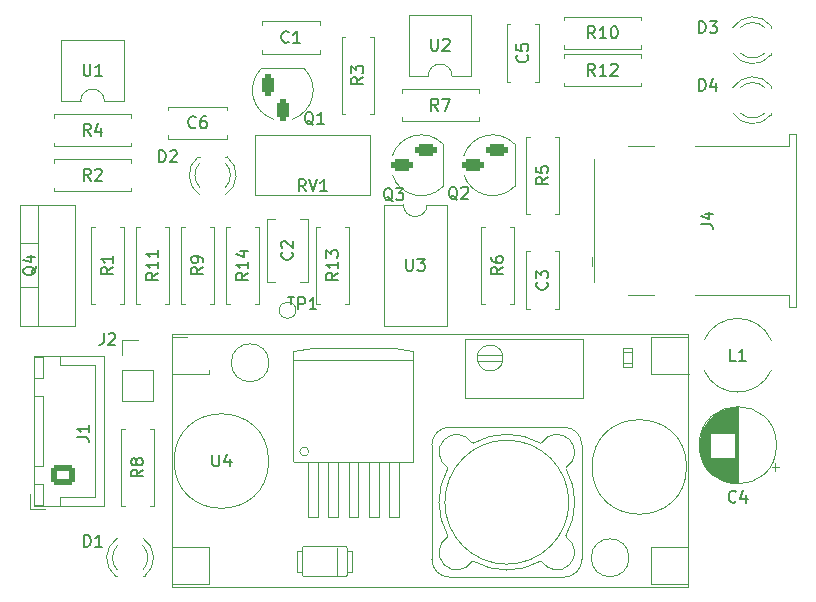
<source format=gto>
%TF.GenerationSoftware,KiCad,Pcbnew,7.0.9*%
%TF.CreationDate,2023-12-05T18:08:32+01:00*%
%TF.ProjectId,RPi_Car_HAT,5250695f-4361-4725-9f48-41542e6b6963,rev?*%
%TF.SameCoordinates,Original*%
%TF.FileFunction,Legend,Top*%
%TF.FilePolarity,Positive*%
%FSLAX46Y46*%
G04 Gerber Fmt 4.6, Leading zero omitted, Abs format (unit mm)*
G04 Created by KiCad (PCBNEW 7.0.9) date 2023-12-05 18:08:32*
%MOMM*%
%LPD*%
G01*
G04 APERTURE LIST*
G04 Aperture macros list*
%AMRoundRect*
0 Rectangle with rounded corners*
0 $1 Rounding radius*
0 $2 $3 $4 $5 $6 $7 $8 $9 X,Y pos of 4 corners*
0 Add a 4 corners polygon primitive as box body*
4,1,4,$2,$3,$4,$5,$6,$7,$8,$9,$2,$3,0*
0 Add four circle primitives for the rounded corners*
1,1,$1+$1,$2,$3*
1,1,$1+$1,$4,$5*
1,1,$1+$1,$6,$7*
1,1,$1+$1,$8,$9*
0 Add four rect primitives between the rounded corners*
20,1,$1+$1,$2,$3,$4,$5,0*
20,1,$1+$1,$4,$5,$6,$7,0*
20,1,$1+$1,$6,$7,$8,$9,0*
20,1,$1+$1,$8,$9,$2,$3,0*%
G04 Aperture macros list end*
%ADD10C,0.150000*%
%ADD11C,0.120000*%
%ADD12C,3.000000*%
%ADD13C,1.000000*%
%ADD14C,1.600000*%
%ADD15O,1.600000X1.600000*%
%ADD16C,1.440000*%
%ADD17R,1.600000X1.600000*%
%ADD18R,1.500000X1.500000*%
%ADD19C,1.500000*%
%ADD20R,1.800000X1.100000*%
%ADD21RoundRect,0.275000X0.625000X-0.275000X0.625000X0.275000X-0.625000X0.275000X-0.625000X-0.275000X0*%
%ADD22R,1.800000X1.800000*%
%ADD23C,1.800000*%
%ADD24RoundRect,0.250000X0.725000X-0.600000X0.725000X0.600000X-0.725000X0.600000X-0.725000X-0.600000X0*%
%ADD25O,1.950000X1.700000*%
%ADD26R,1.100000X1.800000*%
%ADD27RoundRect,0.275000X0.275000X0.625000X-0.275000X0.625000X-0.275000X-0.625000X0.275000X-0.625000X0*%
%ADD28R,2.540000X2.540000*%
%ADD29C,2.540000*%
%ADD30R,2.000000X1.905000*%
%ADD31O,2.000000X1.905000*%
%ADD32C,2.000000*%
%ADD33R,1.700000X1.700000*%
%ADD34O,1.700000X1.700000*%
G04 APERTURE END LIST*
D10*
X101608095Y-91624819D02*
X102179523Y-91624819D01*
X101893809Y-92624819D02*
X101893809Y-91624819D01*
X102512857Y-92624819D02*
X102512857Y-91624819D01*
X102512857Y-91624819D02*
X102893809Y-91624819D01*
X102893809Y-91624819D02*
X102989047Y-91672438D01*
X102989047Y-91672438D02*
X103036666Y-91720057D01*
X103036666Y-91720057D02*
X103084285Y-91815295D01*
X103084285Y-91815295D02*
X103084285Y-91958152D01*
X103084285Y-91958152D02*
X103036666Y-92053390D01*
X103036666Y-92053390D02*
X102989047Y-92101009D01*
X102989047Y-92101009D02*
X102893809Y-92148628D01*
X102893809Y-92148628D02*
X102512857Y-92148628D01*
X104036666Y-92624819D02*
X103465238Y-92624819D01*
X103750952Y-92624819D02*
X103750952Y-91624819D01*
X103750952Y-91624819D02*
X103655714Y-91767676D01*
X103655714Y-91767676D02*
X103560476Y-91862914D01*
X103560476Y-91862914D02*
X103465238Y-91910533D01*
X119834819Y-89066666D02*
X119358628Y-89399999D01*
X119834819Y-89638094D02*
X118834819Y-89638094D01*
X118834819Y-89638094D02*
X118834819Y-89257142D01*
X118834819Y-89257142D02*
X118882438Y-89161904D01*
X118882438Y-89161904D02*
X118930057Y-89114285D01*
X118930057Y-89114285D02*
X119025295Y-89066666D01*
X119025295Y-89066666D02*
X119168152Y-89066666D01*
X119168152Y-89066666D02*
X119263390Y-89114285D01*
X119263390Y-89114285D02*
X119311009Y-89161904D01*
X119311009Y-89161904D02*
X119358628Y-89257142D01*
X119358628Y-89257142D02*
X119358628Y-89638094D01*
X118834819Y-88209523D02*
X118834819Y-88399999D01*
X118834819Y-88399999D02*
X118882438Y-88495237D01*
X118882438Y-88495237D02*
X118930057Y-88542856D01*
X118930057Y-88542856D02*
X119072914Y-88638094D01*
X119072914Y-88638094D02*
X119263390Y-88685713D01*
X119263390Y-88685713D02*
X119644342Y-88685713D01*
X119644342Y-88685713D02*
X119739580Y-88638094D01*
X119739580Y-88638094D02*
X119787200Y-88590475D01*
X119787200Y-88590475D02*
X119834819Y-88495237D01*
X119834819Y-88495237D02*
X119834819Y-88304761D01*
X119834819Y-88304761D02*
X119787200Y-88209523D01*
X119787200Y-88209523D02*
X119739580Y-88161904D01*
X119739580Y-88161904D02*
X119644342Y-88114285D01*
X119644342Y-88114285D02*
X119406247Y-88114285D01*
X119406247Y-88114285D02*
X119311009Y-88161904D01*
X119311009Y-88161904D02*
X119263390Y-88209523D01*
X119263390Y-88209523D02*
X119215771Y-88304761D01*
X119215771Y-88304761D02*
X119215771Y-88495237D01*
X119215771Y-88495237D02*
X119263390Y-88590475D01*
X119263390Y-88590475D02*
X119311009Y-88638094D01*
X119311009Y-88638094D02*
X119406247Y-88685713D01*
X103129516Y-82623819D02*
X102796183Y-82147628D01*
X102558088Y-82623819D02*
X102558088Y-81623819D01*
X102558088Y-81623819D02*
X102939040Y-81623819D01*
X102939040Y-81623819D02*
X103034278Y-81671438D01*
X103034278Y-81671438D02*
X103081897Y-81719057D01*
X103081897Y-81719057D02*
X103129516Y-81814295D01*
X103129516Y-81814295D02*
X103129516Y-81957152D01*
X103129516Y-81957152D02*
X103081897Y-82052390D01*
X103081897Y-82052390D02*
X103034278Y-82100009D01*
X103034278Y-82100009D02*
X102939040Y-82147628D01*
X102939040Y-82147628D02*
X102558088Y-82147628D01*
X103415231Y-81623819D02*
X103748564Y-82623819D01*
X103748564Y-82623819D02*
X104081897Y-81623819D01*
X104939040Y-82623819D02*
X104367612Y-82623819D01*
X104653326Y-82623819D02*
X104653326Y-81623819D01*
X104653326Y-81623819D02*
X104558088Y-81766676D01*
X104558088Y-81766676D02*
X104462850Y-81861914D01*
X104462850Y-81861914D02*
X104367612Y-81909533D01*
X84318095Y-71844819D02*
X84318095Y-72654342D01*
X84318095Y-72654342D02*
X84365714Y-72749580D01*
X84365714Y-72749580D02*
X84413333Y-72797200D01*
X84413333Y-72797200D02*
X84508571Y-72844819D01*
X84508571Y-72844819D02*
X84699047Y-72844819D01*
X84699047Y-72844819D02*
X84794285Y-72797200D01*
X84794285Y-72797200D02*
X84841904Y-72749580D01*
X84841904Y-72749580D02*
X84889523Y-72654342D01*
X84889523Y-72654342D02*
X84889523Y-71844819D01*
X85889523Y-72844819D02*
X85318095Y-72844819D01*
X85603809Y-72844819D02*
X85603809Y-71844819D01*
X85603809Y-71844819D02*
X85508571Y-71987676D01*
X85508571Y-71987676D02*
X85413333Y-72082914D01*
X85413333Y-72082914D02*
X85318095Y-72130533D01*
X136614819Y-85423333D02*
X137329104Y-85423333D01*
X137329104Y-85423333D02*
X137471961Y-85470952D01*
X137471961Y-85470952D02*
X137567200Y-85566190D01*
X137567200Y-85566190D02*
X137614819Y-85709047D01*
X137614819Y-85709047D02*
X137614819Y-85804285D01*
X136948152Y-84518571D02*
X137614819Y-84518571D01*
X136567200Y-84756666D02*
X137281485Y-84994761D01*
X137281485Y-84994761D02*
X137281485Y-84375714D01*
X127627142Y-69669819D02*
X127293809Y-69193628D01*
X127055714Y-69669819D02*
X127055714Y-68669819D01*
X127055714Y-68669819D02*
X127436666Y-68669819D01*
X127436666Y-68669819D02*
X127531904Y-68717438D01*
X127531904Y-68717438D02*
X127579523Y-68765057D01*
X127579523Y-68765057D02*
X127627142Y-68860295D01*
X127627142Y-68860295D02*
X127627142Y-69003152D01*
X127627142Y-69003152D02*
X127579523Y-69098390D01*
X127579523Y-69098390D02*
X127531904Y-69146009D01*
X127531904Y-69146009D02*
X127436666Y-69193628D01*
X127436666Y-69193628D02*
X127055714Y-69193628D01*
X128579523Y-69669819D02*
X128008095Y-69669819D01*
X128293809Y-69669819D02*
X128293809Y-68669819D01*
X128293809Y-68669819D02*
X128198571Y-68812676D01*
X128198571Y-68812676D02*
X128103333Y-68907914D01*
X128103333Y-68907914D02*
X128008095Y-68955533D01*
X129198571Y-68669819D02*
X129293809Y-68669819D01*
X129293809Y-68669819D02*
X129389047Y-68717438D01*
X129389047Y-68717438D02*
X129436666Y-68765057D01*
X129436666Y-68765057D02*
X129484285Y-68860295D01*
X129484285Y-68860295D02*
X129531904Y-69050771D01*
X129531904Y-69050771D02*
X129531904Y-69288866D01*
X129531904Y-69288866D02*
X129484285Y-69479342D01*
X129484285Y-69479342D02*
X129436666Y-69574580D01*
X129436666Y-69574580D02*
X129389047Y-69622200D01*
X129389047Y-69622200D02*
X129293809Y-69669819D01*
X129293809Y-69669819D02*
X129198571Y-69669819D01*
X129198571Y-69669819D02*
X129103333Y-69622200D01*
X129103333Y-69622200D02*
X129055714Y-69574580D01*
X129055714Y-69574580D02*
X129008095Y-69479342D01*
X129008095Y-69479342D02*
X128960476Y-69288866D01*
X128960476Y-69288866D02*
X128960476Y-69050771D01*
X128960476Y-69050771D02*
X129008095Y-68860295D01*
X129008095Y-68860295D02*
X129055714Y-68765057D01*
X129055714Y-68765057D02*
X129103333Y-68717438D01*
X129103333Y-68717438D02*
X129198571Y-68669819D01*
X107989574Y-72971910D02*
X107513383Y-73305243D01*
X107989574Y-73543338D02*
X106989574Y-73543338D01*
X106989574Y-73543338D02*
X106989574Y-73162386D01*
X106989574Y-73162386D02*
X107037193Y-73067148D01*
X107037193Y-73067148D02*
X107084812Y-73019529D01*
X107084812Y-73019529D02*
X107180050Y-72971910D01*
X107180050Y-72971910D02*
X107322907Y-72971910D01*
X107322907Y-72971910D02*
X107418145Y-73019529D01*
X107418145Y-73019529D02*
X107465764Y-73067148D01*
X107465764Y-73067148D02*
X107513383Y-73162386D01*
X107513383Y-73162386D02*
X107513383Y-73543338D01*
X106989574Y-72638576D02*
X106989574Y-72019529D01*
X106989574Y-72019529D02*
X107370526Y-72352862D01*
X107370526Y-72352862D02*
X107370526Y-72210005D01*
X107370526Y-72210005D02*
X107418145Y-72114767D01*
X107418145Y-72114767D02*
X107465764Y-72067148D01*
X107465764Y-72067148D02*
X107561002Y-72019529D01*
X107561002Y-72019529D02*
X107799097Y-72019529D01*
X107799097Y-72019529D02*
X107894335Y-72067148D01*
X107894335Y-72067148D02*
X107941955Y-72114767D01*
X107941955Y-72114767D02*
X107989574Y-72210005D01*
X107989574Y-72210005D02*
X107989574Y-72495719D01*
X107989574Y-72495719D02*
X107941955Y-72590957D01*
X107941955Y-72590957D02*
X107894335Y-72638576D01*
X86814819Y-89066666D02*
X86338628Y-89399999D01*
X86814819Y-89638094D02*
X85814819Y-89638094D01*
X85814819Y-89638094D02*
X85814819Y-89257142D01*
X85814819Y-89257142D02*
X85862438Y-89161904D01*
X85862438Y-89161904D02*
X85910057Y-89114285D01*
X85910057Y-89114285D02*
X86005295Y-89066666D01*
X86005295Y-89066666D02*
X86148152Y-89066666D01*
X86148152Y-89066666D02*
X86243390Y-89114285D01*
X86243390Y-89114285D02*
X86291009Y-89161904D01*
X86291009Y-89161904D02*
X86338628Y-89257142D01*
X86338628Y-89257142D02*
X86338628Y-89638094D01*
X86814819Y-88114285D02*
X86814819Y-88685713D01*
X86814819Y-88399999D02*
X85814819Y-88399999D01*
X85814819Y-88399999D02*
X85957676Y-88495237D01*
X85957676Y-88495237D02*
X86052914Y-88590475D01*
X86052914Y-88590475D02*
X86100533Y-88685713D01*
X115982761Y-83354057D02*
X115887523Y-83306438D01*
X115887523Y-83306438D02*
X115792285Y-83211200D01*
X115792285Y-83211200D02*
X115649428Y-83068342D01*
X115649428Y-83068342D02*
X115554190Y-83020723D01*
X115554190Y-83020723D02*
X115458952Y-83020723D01*
X115506571Y-83258819D02*
X115411333Y-83211200D01*
X115411333Y-83211200D02*
X115316095Y-83115961D01*
X115316095Y-83115961D02*
X115268476Y-82925485D01*
X115268476Y-82925485D02*
X115268476Y-82592152D01*
X115268476Y-82592152D02*
X115316095Y-82401676D01*
X115316095Y-82401676D02*
X115411333Y-82306438D01*
X115411333Y-82306438D02*
X115506571Y-82258819D01*
X115506571Y-82258819D02*
X115697047Y-82258819D01*
X115697047Y-82258819D02*
X115792285Y-82306438D01*
X115792285Y-82306438D02*
X115887523Y-82401676D01*
X115887523Y-82401676D02*
X115935142Y-82592152D01*
X115935142Y-82592152D02*
X115935142Y-82925485D01*
X115935142Y-82925485D02*
X115887523Y-83115961D01*
X115887523Y-83115961D02*
X115792285Y-83211200D01*
X115792285Y-83211200D02*
X115697047Y-83258819D01*
X115697047Y-83258819D02*
X115506571Y-83258819D01*
X116316095Y-82354057D02*
X116363714Y-82306438D01*
X116363714Y-82306438D02*
X116458952Y-82258819D01*
X116458952Y-82258819D02*
X116697047Y-82258819D01*
X116697047Y-82258819D02*
X116792285Y-82306438D01*
X116792285Y-82306438D02*
X116839904Y-82354057D01*
X116839904Y-82354057D02*
X116887523Y-82449295D01*
X116887523Y-82449295D02*
X116887523Y-82544533D01*
X116887523Y-82544533D02*
X116839904Y-82687390D01*
X116839904Y-82687390D02*
X116268476Y-83258819D01*
X116268476Y-83258819D02*
X116887523Y-83258819D01*
X93813333Y-77194580D02*
X93765714Y-77242200D01*
X93765714Y-77242200D02*
X93622857Y-77289819D01*
X93622857Y-77289819D02*
X93527619Y-77289819D01*
X93527619Y-77289819D02*
X93384762Y-77242200D01*
X93384762Y-77242200D02*
X93289524Y-77146961D01*
X93289524Y-77146961D02*
X93241905Y-77051723D01*
X93241905Y-77051723D02*
X93194286Y-76861247D01*
X93194286Y-76861247D02*
X93194286Y-76718390D01*
X93194286Y-76718390D02*
X93241905Y-76527914D01*
X93241905Y-76527914D02*
X93289524Y-76432676D01*
X93289524Y-76432676D02*
X93384762Y-76337438D01*
X93384762Y-76337438D02*
X93527619Y-76289819D01*
X93527619Y-76289819D02*
X93622857Y-76289819D01*
X93622857Y-76289819D02*
X93765714Y-76337438D01*
X93765714Y-76337438D02*
X93813333Y-76385057D01*
X94670476Y-76289819D02*
X94480000Y-76289819D01*
X94480000Y-76289819D02*
X94384762Y-76337438D01*
X94384762Y-76337438D02*
X94337143Y-76385057D01*
X94337143Y-76385057D02*
X94241905Y-76527914D01*
X94241905Y-76527914D02*
X94194286Y-76718390D01*
X94194286Y-76718390D02*
X94194286Y-77099342D01*
X94194286Y-77099342D02*
X94241905Y-77194580D01*
X94241905Y-77194580D02*
X94289524Y-77242200D01*
X94289524Y-77242200D02*
X94384762Y-77289819D01*
X94384762Y-77289819D02*
X94575238Y-77289819D01*
X94575238Y-77289819D02*
X94670476Y-77242200D01*
X94670476Y-77242200D02*
X94718095Y-77194580D01*
X94718095Y-77194580D02*
X94765714Y-77099342D01*
X94765714Y-77099342D02*
X94765714Y-76861247D01*
X94765714Y-76861247D02*
X94718095Y-76766009D01*
X94718095Y-76766009D02*
X94670476Y-76718390D01*
X94670476Y-76718390D02*
X94575238Y-76670771D01*
X94575238Y-76670771D02*
X94384762Y-76670771D01*
X94384762Y-76670771D02*
X94289524Y-76718390D01*
X94289524Y-76718390D02*
X94241905Y-76766009D01*
X94241905Y-76766009D02*
X94194286Y-76861247D01*
X111643095Y-88354819D02*
X111643095Y-89164342D01*
X111643095Y-89164342D02*
X111690714Y-89259580D01*
X111690714Y-89259580D02*
X111738333Y-89307200D01*
X111738333Y-89307200D02*
X111833571Y-89354819D01*
X111833571Y-89354819D02*
X112024047Y-89354819D01*
X112024047Y-89354819D02*
X112119285Y-89307200D01*
X112119285Y-89307200D02*
X112166904Y-89259580D01*
X112166904Y-89259580D02*
X112214523Y-89164342D01*
X112214523Y-89164342D02*
X112214523Y-88354819D01*
X112595476Y-88354819D02*
X113214523Y-88354819D01*
X113214523Y-88354819D02*
X112881190Y-88735771D01*
X112881190Y-88735771D02*
X113024047Y-88735771D01*
X113024047Y-88735771D02*
X113119285Y-88783390D01*
X113119285Y-88783390D02*
X113166904Y-88831009D01*
X113166904Y-88831009D02*
X113214523Y-88926247D01*
X113214523Y-88926247D02*
X113214523Y-89164342D01*
X113214523Y-89164342D02*
X113166904Y-89259580D01*
X113166904Y-89259580D02*
X113119285Y-89307200D01*
X113119285Y-89307200D02*
X113024047Y-89354819D01*
X113024047Y-89354819D02*
X112738333Y-89354819D01*
X112738333Y-89354819D02*
X112643095Y-89307200D01*
X112643095Y-89307200D02*
X112595476Y-89259580D01*
X84351905Y-112722819D02*
X84351905Y-111722819D01*
X84351905Y-111722819D02*
X84590000Y-111722819D01*
X84590000Y-111722819D02*
X84732857Y-111770438D01*
X84732857Y-111770438D02*
X84828095Y-111865676D01*
X84828095Y-111865676D02*
X84875714Y-111960914D01*
X84875714Y-111960914D02*
X84923333Y-112151390D01*
X84923333Y-112151390D02*
X84923333Y-112294247D01*
X84923333Y-112294247D02*
X84875714Y-112484723D01*
X84875714Y-112484723D02*
X84828095Y-112579961D01*
X84828095Y-112579961D02*
X84732857Y-112675200D01*
X84732857Y-112675200D02*
X84590000Y-112722819D01*
X84590000Y-112722819D02*
X84351905Y-112722819D01*
X85875714Y-112722819D02*
X85304286Y-112722819D01*
X85590000Y-112722819D02*
X85590000Y-111722819D01*
X85590000Y-111722819D02*
X85494762Y-111865676D01*
X85494762Y-111865676D02*
X85399524Y-111960914D01*
X85399524Y-111960914D02*
X85304286Y-112008533D01*
X136421905Y-74114819D02*
X136421905Y-73114819D01*
X136421905Y-73114819D02*
X136660000Y-73114819D01*
X136660000Y-73114819D02*
X136802857Y-73162438D01*
X136802857Y-73162438D02*
X136898095Y-73257676D01*
X136898095Y-73257676D02*
X136945714Y-73352914D01*
X136945714Y-73352914D02*
X136993333Y-73543390D01*
X136993333Y-73543390D02*
X136993333Y-73686247D01*
X136993333Y-73686247D02*
X136945714Y-73876723D01*
X136945714Y-73876723D02*
X136898095Y-73971961D01*
X136898095Y-73971961D02*
X136802857Y-74067200D01*
X136802857Y-74067200D02*
X136660000Y-74114819D01*
X136660000Y-74114819D02*
X136421905Y-74114819D01*
X137850476Y-73448152D02*
X137850476Y-74114819D01*
X137612381Y-73067200D02*
X137374286Y-73781485D01*
X137374286Y-73781485D02*
X137993333Y-73781485D01*
X110499516Y-83475232D02*
X110404278Y-83427613D01*
X110404278Y-83427613D02*
X110309040Y-83332375D01*
X110309040Y-83332375D02*
X110166183Y-83189517D01*
X110166183Y-83189517D02*
X110070945Y-83141898D01*
X110070945Y-83141898D02*
X109975707Y-83141898D01*
X110023326Y-83379994D02*
X109928088Y-83332375D01*
X109928088Y-83332375D02*
X109832850Y-83237136D01*
X109832850Y-83237136D02*
X109785231Y-83046660D01*
X109785231Y-83046660D02*
X109785231Y-82713327D01*
X109785231Y-82713327D02*
X109832850Y-82522851D01*
X109832850Y-82522851D02*
X109928088Y-82427613D01*
X109928088Y-82427613D02*
X110023326Y-82379994D01*
X110023326Y-82379994D02*
X110213802Y-82379994D01*
X110213802Y-82379994D02*
X110309040Y-82427613D01*
X110309040Y-82427613D02*
X110404278Y-82522851D01*
X110404278Y-82522851D02*
X110451897Y-82713327D01*
X110451897Y-82713327D02*
X110451897Y-83046660D01*
X110451897Y-83046660D02*
X110404278Y-83237136D01*
X110404278Y-83237136D02*
X110309040Y-83332375D01*
X110309040Y-83332375D02*
X110213802Y-83379994D01*
X110213802Y-83379994D02*
X110023326Y-83379994D01*
X110785231Y-82379994D02*
X111404278Y-82379994D01*
X111404278Y-82379994D02*
X111070945Y-82760946D01*
X111070945Y-82760946D02*
X111213802Y-82760946D01*
X111213802Y-82760946D02*
X111309040Y-82808565D01*
X111309040Y-82808565D02*
X111356659Y-82856184D01*
X111356659Y-82856184D02*
X111404278Y-82951422D01*
X111404278Y-82951422D02*
X111404278Y-83189517D01*
X111404278Y-83189517D02*
X111356659Y-83284755D01*
X111356659Y-83284755D02*
X111309040Y-83332375D01*
X111309040Y-83332375D02*
X111213802Y-83379994D01*
X111213802Y-83379994D02*
X110928088Y-83379994D01*
X110928088Y-83379994D02*
X110832850Y-83332375D01*
X110832850Y-83332375D02*
X110785231Y-83284755D01*
X89354819Y-106211666D02*
X88878628Y-106544999D01*
X89354819Y-106783094D02*
X88354819Y-106783094D01*
X88354819Y-106783094D02*
X88354819Y-106402142D01*
X88354819Y-106402142D02*
X88402438Y-106306904D01*
X88402438Y-106306904D02*
X88450057Y-106259285D01*
X88450057Y-106259285D02*
X88545295Y-106211666D01*
X88545295Y-106211666D02*
X88688152Y-106211666D01*
X88688152Y-106211666D02*
X88783390Y-106259285D01*
X88783390Y-106259285D02*
X88831009Y-106306904D01*
X88831009Y-106306904D02*
X88878628Y-106402142D01*
X88878628Y-106402142D02*
X88878628Y-106783094D01*
X88783390Y-105640237D02*
X88735771Y-105735475D01*
X88735771Y-105735475D02*
X88688152Y-105783094D01*
X88688152Y-105783094D02*
X88592914Y-105830713D01*
X88592914Y-105830713D02*
X88545295Y-105830713D01*
X88545295Y-105830713D02*
X88450057Y-105783094D01*
X88450057Y-105783094D02*
X88402438Y-105735475D01*
X88402438Y-105735475D02*
X88354819Y-105640237D01*
X88354819Y-105640237D02*
X88354819Y-105449761D01*
X88354819Y-105449761D02*
X88402438Y-105354523D01*
X88402438Y-105354523D02*
X88450057Y-105306904D01*
X88450057Y-105306904D02*
X88545295Y-105259285D01*
X88545295Y-105259285D02*
X88592914Y-105259285D01*
X88592914Y-105259285D02*
X88688152Y-105306904D01*
X88688152Y-105306904D02*
X88735771Y-105354523D01*
X88735771Y-105354523D02*
X88783390Y-105449761D01*
X88783390Y-105449761D02*
X88783390Y-105640237D01*
X88783390Y-105640237D02*
X88831009Y-105735475D01*
X88831009Y-105735475D02*
X88878628Y-105783094D01*
X88878628Y-105783094D02*
X88973866Y-105830713D01*
X88973866Y-105830713D02*
X89164342Y-105830713D01*
X89164342Y-105830713D02*
X89259580Y-105783094D01*
X89259580Y-105783094D02*
X89307200Y-105735475D01*
X89307200Y-105735475D02*
X89354819Y-105640237D01*
X89354819Y-105640237D02*
X89354819Y-105449761D01*
X89354819Y-105449761D02*
X89307200Y-105354523D01*
X89307200Y-105354523D02*
X89259580Y-105306904D01*
X89259580Y-105306904D02*
X89164342Y-105259285D01*
X89164342Y-105259285D02*
X88973866Y-105259285D01*
X88973866Y-105259285D02*
X88878628Y-105306904D01*
X88878628Y-105306904D02*
X88831009Y-105354523D01*
X88831009Y-105354523D02*
X88783390Y-105449761D01*
X136421905Y-69226211D02*
X136421905Y-68226211D01*
X136421905Y-68226211D02*
X136660000Y-68226211D01*
X136660000Y-68226211D02*
X136802857Y-68273830D01*
X136802857Y-68273830D02*
X136898095Y-68369068D01*
X136898095Y-68369068D02*
X136945714Y-68464306D01*
X136945714Y-68464306D02*
X136993333Y-68654782D01*
X136993333Y-68654782D02*
X136993333Y-68797639D01*
X136993333Y-68797639D02*
X136945714Y-68988115D01*
X136945714Y-68988115D02*
X136898095Y-69083353D01*
X136898095Y-69083353D02*
X136802857Y-69178592D01*
X136802857Y-69178592D02*
X136660000Y-69226211D01*
X136660000Y-69226211D02*
X136421905Y-69226211D01*
X137326667Y-68226211D02*
X137945714Y-68226211D01*
X137945714Y-68226211D02*
X137612381Y-68607163D01*
X137612381Y-68607163D02*
X137755238Y-68607163D01*
X137755238Y-68607163D02*
X137850476Y-68654782D01*
X137850476Y-68654782D02*
X137898095Y-68702401D01*
X137898095Y-68702401D02*
X137945714Y-68797639D01*
X137945714Y-68797639D02*
X137945714Y-69035734D01*
X137945714Y-69035734D02*
X137898095Y-69130972D01*
X137898095Y-69130972D02*
X137850476Y-69178592D01*
X137850476Y-69178592D02*
X137755238Y-69226211D01*
X137755238Y-69226211D02*
X137469524Y-69226211D01*
X137469524Y-69226211D02*
X137374286Y-69178592D01*
X137374286Y-69178592D02*
X137326667Y-69130972D01*
X127627142Y-72844819D02*
X127293809Y-72368628D01*
X127055714Y-72844819D02*
X127055714Y-71844819D01*
X127055714Y-71844819D02*
X127436666Y-71844819D01*
X127436666Y-71844819D02*
X127531904Y-71892438D01*
X127531904Y-71892438D02*
X127579523Y-71940057D01*
X127579523Y-71940057D02*
X127627142Y-72035295D01*
X127627142Y-72035295D02*
X127627142Y-72178152D01*
X127627142Y-72178152D02*
X127579523Y-72273390D01*
X127579523Y-72273390D02*
X127531904Y-72321009D01*
X127531904Y-72321009D02*
X127436666Y-72368628D01*
X127436666Y-72368628D02*
X127055714Y-72368628D01*
X128579523Y-72844819D02*
X128008095Y-72844819D01*
X128293809Y-72844819D02*
X128293809Y-71844819D01*
X128293809Y-71844819D02*
X128198571Y-71987676D01*
X128198571Y-71987676D02*
X128103333Y-72082914D01*
X128103333Y-72082914D02*
X128008095Y-72130533D01*
X128960476Y-71940057D02*
X129008095Y-71892438D01*
X129008095Y-71892438D02*
X129103333Y-71844819D01*
X129103333Y-71844819D02*
X129341428Y-71844819D01*
X129341428Y-71844819D02*
X129436666Y-71892438D01*
X129436666Y-71892438D02*
X129484285Y-71940057D01*
X129484285Y-71940057D02*
X129531904Y-72035295D01*
X129531904Y-72035295D02*
X129531904Y-72130533D01*
X129531904Y-72130533D02*
X129484285Y-72273390D01*
X129484285Y-72273390D02*
X128912857Y-72844819D01*
X128912857Y-72844819D02*
X129531904Y-72844819D01*
X94434819Y-89066666D02*
X93958628Y-89399999D01*
X94434819Y-89638094D02*
X93434819Y-89638094D01*
X93434819Y-89638094D02*
X93434819Y-89257142D01*
X93434819Y-89257142D02*
X93482438Y-89161904D01*
X93482438Y-89161904D02*
X93530057Y-89114285D01*
X93530057Y-89114285D02*
X93625295Y-89066666D01*
X93625295Y-89066666D02*
X93768152Y-89066666D01*
X93768152Y-89066666D02*
X93863390Y-89114285D01*
X93863390Y-89114285D02*
X93911009Y-89161904D01*
X93911009Y-89161904D02*
X93958628Y-89257142D01*
X93958628Y-89257142D02*
X93958628Y-89638094D01*
X94434819Y-88590475D02*
X94434819Y-88399999D01*
X94434819Y-88399999D02*
X94387200Y-88304761D01*
X94387200Y-88304761D02*
X94339580Y-88257142D01*
X94339580Y-88257142D02*
X94196723Y-88161904D01*
X94196723Y-88161904D02*
X94006247Y-88114285D01*
X94006247Y-88114285D02*
X93625295Y-88114285D01*
X93625295Y-88114285D02*
X93530057Y-88161904D01*
X93530057Y-88161904D02*
X93482438Y-88209523D01*
X93482438Y-88209523D02*
X93434819Y-88304761D01*
X93434819Y-88304761D02*
X93434819Y-88495237D01*
X93434819Y-88495237D02*
X93482438Y-88590475D01*
X93482438Y-88590475D02*
X93530057Y-88638094D01*
X93530057Y-88638094D02*
X93625295Y-88685713D01*
X93625295Y-88685713D02*
X93863390Y-88685713D01*
X93863390Y-88685713D02*
X93958628Y-88638094D01*
X93958628Y-88638094D02*
X94006247Y-88590475D01*
X94006247Y-88590475D02*
X94053866Y-88495237D01*
X94053866Y-88495237D02*
X94053866Y-88304761D01*
X94053866Y-88304761D02*
X94006247Y-88209523D01*
X94006247Y-88209523D02*
X93958628Y-88161904D01*
X93958628Y-88161904D02*
X93863390Y-88114285D01*
X105864819Y-89542857D02*
X105388628Y-89876190D01*
X105864819Y-90114285D02*
X104864819Y-90114285D01*
X104864819Y-90114285D02*
X104864819Y-89733333D01*
X104864819Y-89733333D02*
X104912438Y-89638095D01*
X104912438Y-89638095D02*
X104960057Y-89590476D01*
X104960057Y-89590476D02*
X105055295Y-89542857D01*
X105055295Y-89542857D02*
X105198152Y-89542857D01*
X105198152Y-89542857D02*
X105293390Y-89590476D01*
X105293390Y-89590476D02*
X105341009Y-89638095D01*
X105341009Y-89638095D02*
X105388628Y-89733333D01*
X105388628Y-89733333D02*
X105388628Y-90114285D01*
X105864819Y-88590476D02*
X105864819Y-89161904D01*
X105864819Y-88876190D02*
X104864819Y-88876190D01*
X104864819Y-88876190D02*
X105007676Y-88971428D01*
X105007676Y-88971428D02*
X105102914Y-89066666D01*
X105102914Y-89066666D02*
X105150533Y-89161904D01*
X104864819Y-88257142D02*
X104864819Y-87638095D01*
X104864819Y-87638095D02*
X105245771Y-87971428D01*
X105245771Y-87971428D02*
X105245771Y-87828571D01*
X105245771Y-87828571D02*
X105293390Y-87733333D01*
X105293390Y-87733333D02*
X105341009Y-87685714D01*
X105341009Y-87685714D02*
X105436247Y-87638095D01*
X105436247Y-87638095D02*
X105674342Y-87638095D01*
X105674342Y-87638095D02*
X105769580Y-87685714D01*
X105769580Y-87685714D02*
X105817200Y-87733333D01*
X105817200Y-87733333D02*
X105864819Y-87828571D01*
X105864819Y-87828571D02*
X105864819Y-88114285D01*
X105864819Y-88114285D02*
X105817200Y-88209523D01*
X105817200Y-88209523D02*
X105769580Y-88257142D01*
X83782819Y-103457333D02*
X84497104Y-103457333D01*
X84497104Y-103457333D02*
X84639961Y-103504952D01*
X84639961Y-103504952D02*
X84735200Y-103600190D01*
X84735200Y-103600190D02*
X84782819Y-103743047D01*
X84782819Y-103743047D02*
X84782819Y-103838285D01*
X84782819Y-102457333D02*
X84782819Y-103028761D01*
X84782819Y-102743047D02*
X83782819Y-102743047D01*
X83782819Y-102743047D02*
X83925676Y-102838285D01*
X83925676Y-102838285D02*
X84020914Y-102933523D01*
X84020914Y-102933523D02*
X84068533Y-103028761D01*
X113747850Y-69720063D02*
X113747850Y-70529586D01*
X113747850Y-70529586D02*
X113795469Y-70624824D01*
X113795469Y-70624824D02*
X113843088Y-70672444D01*
X113843088Y-70672444D02*
X113938326Y-70720063D01*
X113938326Y-70720063D02*
X114128802Y-70720063D01*
X114128802Y-70720063D02*
X114224040Y-70672444D01*
X114224040Y-70672444D02*
X114271659Y-70624824D01*
X114271659Y-70624824D02*
X114319278Y-70529586D01*
X114319278Y-70529586D02*
X114319278Y-69720063D01*
X114747850Y-69815301D02*
X114795469Y-69767682D01*
X114795469Y-69767682D02*
X114890707Y-69720063D01*
X114890707Y-69720063D02*
X115128802Y-69720063D01*
X115128802Y-69720063D02*
X115224040Y-69767682D01*
X115224040Y-69767682D02*
X115271659Y-69815301D01*
X115271659Y-69815301D02*
X115319278Y-69910539D01*
X115319278Y-69910539D02*
X115319278Y-70005777D01*
X115319278Y-70005777D02*
X115271659Y-70148634D01*
X115271659Y-70148634D02*
X114700231Y-70720063D01*
X114700231Y-70720063D02*
X115319278Y-70720063D01*
X103790761Y-77004057D02*
X103695523Y-76956438D01*
X103695523Y-76956438D02*
X103600285Y-76861200D01*
X103600285Y-76861200D02*
X103457428Y-76718342D01*
X103457428Y-76718342D02*
X103362190Y-76670723D01*
X103362190Y-76670723D02*
X103266952Y-76670723D01*
X103314571Y-76908819D02*
X103219333Y-76861200D01*
X103219333Y-76861200D02*
X103124095Y-76765961D01*
X103124095Y-76765961D02*
X103076476Y-76575485D01*
X103076476Y-76575485D02*
X103076476Y-76242152D01*
X103076476Y-76242152D02*
X103124095Y-76051676D01*
X103124095Y-76051676D02*
X103219333Y-75956438D01*
X103219333Y-75956438D02*
X103314571Y-75908819D01*
X103314571Y-75908819D02*
X103505047Y-75908819D01*
X103505047Y-75908819D02*
X103600285Y-75956438D01*
X103600285Y-75956438D02*
X103695523Y-76051676D01*
X103695523Y-76051676D02*
X103743142Y-76242152D01*
X103743142Y-76242152D02*
X103743142Y-76575485D01*
X103743142Y-76575485D02*
X103695523Y-76765961D01*
X103695523Y-76765961D02*
X103600285Y-76861200D01*
X103600285Y-76861200D02*
X103505047Y-76908819D01*
X103505047Y-76908819D02*
X103314571Y-76908819D01*
X104695523Y-76908819D02*
X104124095Y-76908819D01*
X104409809Y-76908819D02*
X104409809Y-75908819D01*
X104409809Y-75908819D02*
X104314571Y-76051676D01*
X104314571Y-76051676D02*
X104219333Y-76146914D01*
X104219333Y-76146914D02*
X104124095Y-76194533D01*
X84923333Y-77924819D02*
X84590000Y-77448628D01*
X84351905Y-77924819D02*
X84351905Y-76924819D01*
X84351905Y-76924819D02*
X84732857Y-76924819D01*
X84732857Y-76924819D02*
X84828095Y-76972438D01*
X84828095Y-76972438D02*
X84875714Y-77020057D01*
X84875714Y-77020057D02*
X84923333Y-77115295D01*
X84923333Y-77115295D02*
X84923333Y-77258152D01*
X84923333Y-77258152D02*
X84875714Y-77353390D01*
X84875714Y-77353390D02*
X84828095Y-77401009D01*
X84828095Y-77401009D02*
X84732857Y-77448628D01*
X84732857Y-77448628D02*
X84351905Y-77448628D01*
X85780476Y-77258152D02*
X85780476Y-77924819D01*
X85542381Y-76877200D02*
X85304286Y-77591485D01*
X85304286Y-77591485D02*
X85923333Y-77591485D01*
X139553333Y-108899580D02*
X139505714Y-108947200D01*
X139505714Y-108947200D02*
X139362857Y-108994819D01*
X139362857Y-108994819D02*
X139267619Y-108994819D01*
X139267619Y-108994819D02*
X139124762Y-108947200D01*
X139124762Y-108947200D02*
X139029524Y-108851961D01*
X139029524Y-108851961D02*
X138981905Y-108756723D01*
X138981905Y-108756723D02*
X138934286Y-108566247D01*
X138934286Y-108566247D02*
X138934286Y-108423390D01*
X138934286Y-108423390D02*
X138981905Y-108232914D01*
X138981905Y-108232914D02*
X139029524Y-108137676D01*
X139029524Y-108137676D02*
X139124762Y-108042438D01*
X139124762Y-108042438D02*
X139267619Y-107994819D01*
X139267619Y-107994819D02*
X139362857Y-107994819D01*
X139362857Y-107994819D02*
X139505714Y-108042438D01*
X139505714Y-108042438D02*
X139553333Y-108090057D01*
X140410476Y-108328152D02*
X140410476Y-108994819D01*
X140172381Y-107947200D02*
X139934286Y-108661485D01*
X139934286Y-108661485D02*
X140553333Y-108661485D01*
X95229761Y-104932237D02*
X95229761Y-105741760D01*
X95229761Y-105741760D02*
X95277380Y-105836998D01*
X95277380Y-105836998D02*
X95324999Y-105884618D01*
X95324999Y-105884618D02*
X95420237Y-105932237D01*
X95420237Y-105932237D02*
X95610713Y-105932237D01*
X95610713Y-105932237D02*
X95705951Y-105884618D01*
X95705951Y-105884618D02*
X95753570Y-105836998D01*
X95753570Y-105836998D02*
X95801189Y-105741760D01*
X95801189Y-105741760D02*
X95801189Y-104932237D01*
X96705951Y-105265570D02*
X96705951Y-105932237D01*
X96467856Y-104884618D02*
X96229761Y-105598903D01*
X96229761Y-105598903D02*
X96848808Y-105598903D01*
X98244819Y-89542857D02*
X97768628Y-89876190D01*
X98244819Y-90114285D02*
X97244819Y-90114285D01*
X97244819Y-90114285D02*
X97244819Y-89733333D01*
X97244819Y-89733333D02*
X97292438Y-89638095D01*
X97292438Y-89638095D02*
X97340057Y-89590476D01*
X97340057Y-89590476D02*
X97435295Y-89542857D01*
X97435295Y-89542857D02*
X97578152Y-89542857D01*
X97578152Y-89542857D02*
X97673390Y-89590476D01*
X97673390Y-89590476D02*
X97721009Y-89638095D01*
X97721009Y-89638095D02*
X97768628Y-89733333D01*
X97768628Y-89733333D02*
X97768628Y-90114285D01*
X98244819Y-88590476D02*
X98244819Y-89161904D01*
X98244819Y-88876190D02*
X97244819Y-88876190D01*
X97244819Y-88876190D02*
X97387676Y-88971428D01*
X97387676Y-88971428D02*
X97482914Y-89066666D01*
X97482914Y-89066666D02*
X97530533Y-89161904D01*
X97578152Y-87733333D02*
X98244819Y-87733333D01*
X97197200Y-87971428D02*
X97911485Y-88209523D01*
X97911485Y-88209523D02*
X97911485Y-87590476D01*
X80306057Y-88995238D02*
X80258438Y-89090476D01*
X80258438Y-89090476D02*
X80163200Y-89185714D01*
X80163200Y-89185714D02*
X80020342Y-89328571D01*
X80020342Y-89328571D02*
X79972723Y-89423809D01*
X79972723Y-89423809D02*
X79972723Y-89519047D01*
X80210819Y-89471428D02*
X80163200Y-89566666D01*
X80163200Y-89566666D02*
X80067961Y-89661904D01*
X80067961Y-89661904D02*
X79877485Y-89709523D01*
X79877485Y-89709523D02*
X79544152Y-89709523D01*
X79544152Y-89709523D02*
X79353676Y-89661904D01*
X79353676Y-89661904D02*
X79258438Y-89566666D01*
X79258438Y-89566666D02*
X79210819Y-89471428D01*
X79210819Y-89471428D02*
X79210819Y-89280952D01*
X79210819Y-89280952D02*
X79258438Y-89185714D01*
X79258438Y-89185714D02*
X79353676Y-89090476D01*
X79353676Y-89090476D02*
X79544152Y-89042857D01*
X79544152Y-89042857D02*
X79877485Y-89042857D01*
X79877485Y-89042857D02*
X80067961Y-89090476D01*
X80067961Y-89090476D02*
X80163200Y-89185714D01*
X80163200Y-89185714D02*
X80210819Y-89280952D01*
X80210819Y-89280952D02*
X80210819Y-89471428D01*
X79544152Y-88185714D02*
X80210819Y-88185714D01*
X79163200Y-88423809D02*
X79877485Y-88661904D01*
X79877485Y-88661904D02*
X79877485Y-88042857D01*
X123549580Y-90336666D02*
X123597200Y-90384285D01*
X123597200Y-90384285D02*
X123644819Y-90527142D01*
X123644819Y-90527142D02*
X123644819Y-90622380D01*
X123644819Y-90622380D02*
X123597200Y-90765237D01*
X123597200Y-90765237D02*
X123501961Y-90860475D01*
X123501961Y-90860475D02*
X123406723Y-90908094D01*
X123406723Y-90908094D02*
X123216247Y-90955713D01*
X123216247Y-90955713D02*
X123073390Y-90955713D01*
X123073390Y-90955713D02*
X122882914Y-90908094D01*
X122882914Y-90908094D02*
X122787676Y-90860475D01*
X122787676Y-90860475D02*
X122692438Y-90765237D01*
X122692438Y-90765237D02*
X122644819Y-90622380D01*
X122644819Y-90622380D02*
X122644819Y-90527142D01*
X122644819Y-90527142D02*
X122692438Y-90384285D01*
X122692438Y-90384285D02*
X122740057Y-90336666D01*
X122644819Y-90003332D02*
X122644819Y-89384285D01*
X122644819Y-89384285D02*
X123025771Y-89717618D01*
X123025771Y-89717618D02*
X123025771Y-89574761D01*
X123025771Y-89574761D02*
X123073390Y-89479523D01*
X123073390Y-89479523D02*
X123121009Y-89431904D01*
X123121009Y-89431904D02*
X123216247Y-89384285D01*
X123216247Y-89384285D02*
X123454342Y-89384285D01*
X123454342Y-89384285D02*
X123549580Y-89431904D01*
X123549580Y-89431904D02*
X123597200Y-89479523D01*
X123597200Y-89479523D02*
X123644819Y-89574761D01*
X123644819Y-89574761D02*
X123644819Y-89860475D01*
X123644819Y-89860475D02*
X123597200Y-89955713D01*
X123597200Y-89955713D02*
X123549580Y-90003332D01*
X90701905Y-80169819D02*
X90701905Y-79169819D01*
X90701905Y-79169819D02*
X90940000Y-79169819D01*
X90940000Y-79169819D02*
X91082857Y-79217438D01*
X91082857Y-79217438D02*
X91178095Y-79312676D01*
X91178095Y-79312676D02*
X91225714Y-79407914D01*
X91225714Y-79407914D02*
X91273333Y-79598390D01*
X91273333Y-79598390D02*
X91273333Y-79741247D01*
X91273333Y-79741247D02*
X91225714Y-79931723D01*
X91225714Y-79931723D02*
X91178095Y-80026961D01*
X91178095Y-80026961D02*
X91082857Y-80122200D01*
X91082857Y-80122200D02*
X90940000Y-80169819D01*
X90940000Y-80169819D02*
X90701905Y-80169819D01*
X91654286Y-79265057D02*
X91701905Y-79217438D01*
X91701905Y-79217438D02*
X91797143Y-79169819D01*
X91797143Y-79169819D02*
X92035238Y-79169819D01*
X92035238Y-79169819D02*
X92130476Y-79217438D01*
X92130476Y-79217438D02*
X92178095Y-79265057D01*
X92178095Y-79265057D02*
X92225714Y-79360295D01*
X92225714Y-79360295D02*
X92225714Y-79455533D01*
X92225714Y-79455533D02*
X92178095Y-79598390D01*
X92178095Y-79598390D02*
X91606667Y-80169819D01*
X91606667Y-80169819D02*
X92225714Y-80169819D01*
X114353088Y-75800063D02*
X114019755Y-75323872D01*
X113781660Y-75800063D02*
X113781660Y-74800063D01*
X113781660Y-74800063D02*
X114162612Y-74800063D01*
X114162612Y-74800063D02*
X114257850Y-74847682D01*
X114257850Y-74847682D02*
X114305469Y-74895301D01*
X114305469Y-74895301D02*
X114353088Y-74990539D01*
X114353088Y-74990539D02*
X114353088Y-75133396D01*
X114353088Y-75133396D02*
X114305469Y-75228634D01*
X114305469Y-75228634D02*
X114257850Y-75276253D01*
X114257850Y-75276253D02*
X114162612Y-75323872D01*
X114162612Y-75323872D02*
X113781660Y-75323872D01*
X114686422Y-74800063D02*
X115353088Y-74800063D01*
X115353088Y-74800063D02*
X114924517Y-75800063D01*
X101959580Y-87796666D02*
X102007200Y-87844285D01*
X102007200Y-87844285D02*
X102054819Y-87987142D01*
X102054819Y-87987142D02*
X102054819Y-88082380D01*
X102054819Y-88082380D02*
X102007200Y-88225237D01*
X102007200Y-88225237D02*
X101911961Y-88320475D01*
X101911961Y-88320475D02*
X101816723Y-88368094D01*
X101816723Y-88368094D02*
X101626247Y-88415713D01*
X101626247Y-88415713D02*
X101483390Y-88415713D01*
X101483390Y-88415713D02*
X101292914Y-88368094D01*
X101292914Y-88368094D02*
X101197676Y-88320475D01*
X101197676Y-88320475D02*
X101102438Y-88225237D01*
X101102438Y-88225237D02*
X101054819Y-88082380D01*
X101054819Y-88082380D02*
X101054819Y-87987142D01*
X101054819Y-87987142D02*
X101102438Y-87844285D01*
X101102438Y-87844285D02*
X101150057Y-87796666D01*
X101150057Y-87415713D02*
X101102438Y-87368094D01*
X101102438Y-87368094D02*
X101054819Y-87272856D01*
X101054819Y-87272856D02*
X101054819Y-87034761D01*
X101054819Y-87034761D02*
X101102438Y-86939523D01*
X101102438Y-86939523D02*
X101150057Y-86891904D01*
X101150057Y-86891904D02*
X101245295Y-86844285D01*
X101245295Y-86844285D02*
X101340533Y-86844285D01*
X101340533Y-86844285D02*
X101483390Y-86891904D01*
X101483390Y-86891904D02*
X102054819Y-87463332D01*
X102054819Y-87463332D02*
X102054819Y-86844285D01*
X139533333Y-96974819D02*
X139057143Y-96974819D01*
X139057143Y-96974819D02*
X139057143Y-95974819D01*
X140390476Y-96974819D02*
X139819048Y-96974819D01*
X140104762Y-96974819D02*
X140104762Y-95974819D01*
X140104762Y-95974819D02*
X140009524Y-96117676D01*
X140009524Y-96117676D02*
X139914286Y-96212914D01*
X139914286Y-96212914D02*
X139819048Y-96260533D01*
X86026666Y-94644819D02*
X86026666Y-95359104D01*
X86026666Y-95359104D02*
X85979047Y-95501961D01*
X85979047Y-95501961D02*
X85883809Y-95597200D01*
X85883809Y-95597200D02*
X85740952Y-95644819D01*
X85740952Y-95644819D02*
X85645714Y-95644819D01*
X86455238Y-94740057D02*
X86502857Y-94692438D01*
X86502857Y-94692438D02*
X86598095Y-94644819D01*
X86598095Y-94644819D02*
X86836190Y-94644819D01*
X86836190Y-94644819D02*
X86931428Y-94692438D01*
X86931428Y-94692438D02*
X86979047Y-94740057D01*
X86979047Y-94740057D02*
X87026666Y-94835295D01*
X87026666Y-94835295D02*
X87026666Y-94930533D01*
X87026666Y-94930533D02*
X86979047Y-95073390D01*
X86979047Y-95073390D02*
X86407619Y-95644819D01*
X86407619Y-95644819D02*
X87026666Y-95644819D01*
X90624819Y-89542857D02*
X90148628Y-89876190D01*
X90624819Y-90114285D02*
X89624819Y-90114285D01*
X89624819Y-90114285D02*
X89624819Y-89733333D01*
X89624819Y-89733333D02*
X89672438Y-89638095D01*
X89672438Y-89638095D02*
X89720057Y-89590476D01*
X89720057Y-89590476D02*
X89815295Y-89542857D01*
X89815295Y-89542857D02*
X89958152Y-89542857D01*
X89958152Y-89542857D02*
X90053390Y-89590476D01*
X90053390Y-89590476D02*
X90101009Y-89638095D01*
X90101009Y-89638095D02*
X90148628Y-89733333D01*
X90148628Y-89733333D02*
X90148628Y-90114285D01*
X90624819Y-88590476D02*
X90624819Y-89161904D01*
X90624819Y-88876190D02*
X89624819Y-88876190D01*
X89624819Y-88876190D02*
X89767676Y-88971428D01*
X89767676Y-88971428D02*
X89862914Y-89066666D01*
X89862914Y-89066666D02*
X89910533Y-89161904D01*
X90624819Y-87638095D02*
X90624819Y-88209523D01*
X90624819Y-87923809D02*
X89624819Y-87923809D01*
X89624819Y-87923809D02*
X89767676Y-88019047D01*
X89767676Y-88019047D02*
X89862914Y-88114285D01*
X89862914Y-88114285D02*
X89910533Y-88209523D01*
X123644819Y-81446666D02*
X123168628Y-81779999D01*
X123644819Y-82018094D02*
X122644819Y-82018094D01*
X122644819Y-82018094D02*
X122644819Y-81637142D01*
X122644819Y-81637142D02*
X122692438Y-81541904D01*
X122692438Y-81541904D02*
X122740057Y-81494285D01*
X122740057Y-81494285D02*
X122835295Y-81446666D01*
X122835295Y-81446666D02*
X122978152Y-81446666D01*
X122978152Y-81446666D02*
X123073390Y-81494285D01*
X123073390Y-81494285D02*
X123121009Y-81541904D01*
X123121009Y-81541904D02*
X123168628Y-81637142D01*
X123168628Y-81637142D02*
X123168628Y-82018094D01*
X122644819Y-80541904D02*
X122644819Y-81018094D01*
X122644819Y-81018094D02*
X123121009Y-81065713D01*
X123121009Y-81065713D02*
X123073390Y-81018094D01*
X123073390Y-81018094D02*
X123025771Y-80922856D01*
X123025771Y-80922856D02*
X123025771Y-80684761D01*
X123025771Y-80684761D02*
X123073390Y-80589523D01*
X123073390Y-80589523D02*
X123121009Y-80541904D01*
X123121009Y-80541904D02*
X123216247Y-80494285D01*
X123216247Y-80494285D02*
X123454342Y-80494285D01*
X123454342Y-80494285D02*
X123549580Y-80541904D01*
X123549580Y-80541904D02*
X123597200Y-80589523D01*
X123597200Y-80589523D02*
X123644819Y-80684761D01*
X123644819Y-80684761D02*
X123644819Y-80922856D01*
X123644819Y-80922856D02*
X123597200Y-81018094D01*
X123597200Y-81018094D02*
X123549580Y-81065713D01*
X101693088Y-69989824D02*
X101645469Y-70037444D01*
X101645469Y-70037444D02*
X101502612Y-70085063D01*
X101502612Y-70085063D02*
X101407374Y-70085063D01*
X101407374Y-70085063D02*
X101264517Y-70037444D01*
X101264517Y-70037444D02*
X101169279Y-69942205D01*
X101169279Y-69942205D02*
X101121660Y-69846967D01*
X101121660Y-69846967D02*
X101074041Y-69656491D01*
X101074041Y-69656491D02*
X101074041Y-69513634D01*
X101074041Y-69513634D02*
X101121660Y-69323158D01*
X101121660Y-69323158D02*
X101169279Y-69227920D01*
X101169279Y-69227920D02*
X101264517Y-69132682D01*
X101264517Y-69132682D02*
X101407374Y-69085063D01*
X101407374Y-69085063D02*
X101502612Y-69085063D01*
X101502612Y-69085063D02*
X101645469Y-69132682D01*
X101645469Y-69132682D02*
X101693088Y-69180301D01*
X102645469Y-70085063D02*
X102074041Y-70085063D01*
X102359755Y-70085063D02*
X102359755Y-69085063D01*
X102359755Y-69085063D02*
X102264517Y-69227920D01*
X102264517Y-69227920D02*
X102169279Y-69323158D01*
X102169279Y-69323158D02*
X102074041Y-69370777D01*
X84923333Y-81734819D02*
X84590000Y-81258628D01*
X84351905Y-81734819D02*
X84351905Y-80734819D01*
X84351905Y-80734819D02*
X84732857Y-80734819D01*
X84732857Y-80734819D02*
X84828095Y-80782438D01*
X84828095Y-80782438D02*
X84875714Y-80830057D01*
X84875714Y-80830057D02*
X84923333Y-80925295D01*
X84923333Y-80925295D02*
X84923333Y-81068152D01*
X84923333Y-81068152D02*
X84875714Y-81163390D01*
X84875714Y-81163390D02*
X84828095Y-81211009D01*
X84828095Y-81211009D02*
X84732857Y-81258628D01*
X84732857Y-81258628D02*
X84351905Y-81258628D01*
X85304286Y-80830057D02*
X85351905Y-80782438D01*
X85351905Y-80782438D02*
X85447143Y-80734819D01*
X85447143Y-80734819D02*
X85685238Y-80734819D01*
X85685238Y-80734819D02*
X85780476Y-80782438D01*
X85780476Y-80782438D02*
X85828095Y-80830057D01*
X85828095Y-80830057D02*
X85875714Y-80925295D01*
X85875714Y-80925295D02*
X85875714Y-81020533D01*
X85875714Y-81020533D02*
X85828095Y-81163390D01*
X85828095Y-81163390D02*
X85256667Y-81734819D01*
X85256667Y-81734819D02*
X85875714Y-81734819D01*
X121864335Y-71106910D02*
X121911955Y-71154529D01*
X121911955Y-71154529D02*
X121959574Y-71297386D01*
X121959574Y-71297386D02*
X121959574Y-71392624D01*
X121959574Y-71392624D02*
X121911955Y-71535481D01*
X121911955Y-71535481D02*
X121816716Y-71630719D01*
X121816716Y-71630719D02*
X121721478Y-71678338D01*
X121721478Y-71678338D02*
X121531002Y-71725957D01*
X121531002Y-71725957D02*
X121388145Y-71725957D01*
X121388145Y-71725957D02*
X121197669Y-71678338D01*
X121197669Y-71678338D02*
X121102431Y-71630719D01*
X121102431Y-71630719D02*
X121007193Y-71535481D01*
X121007193Y-71535481D02*
X120959574Y-71392624D01*
X120959574Y-71392624D02*
X120959574Y-71297386D01*
X120959574Y-71297386D02*
X121007193Y-71154529D01*
X121007193Y-71154529D02*
X121054812Y-71106910D01*
X120959574Y-70202148D02*
X120959574Y-70678338D01*
X120959574Y-70678338D02*
X121435764Y-70725957D01*
X121435764Y-70725957D02*
X121388145Y-70678338D01*
X121388145Y-70678338D02*
X121340526Y-70583100D01*
X121340526Y-70583100D02*
X121340526Y-70345005D01*
X121340526Y-70345005D02*
X121388145Y-70249767D01*
X121388145Y-70249767D02*
X121435764Y-70202148D01*
X121435764Y-70202148D02*
X121531002Y-70154529D01*
X121531002Y-70154529D02*
X121769097Y-70154529D01*
X121769097Y-70154529D02*
X121864335Y-70202148D01*
X121864335Y-70202148D02*
X121911955Y-70249767D01*
X121911955Y-70249767D02*
X121959574Y-70345005D01*
X121959574Y-70345005D02*
X121959574Y-70583100D01*
X121959574Y-70583100D02*
X121911955Y-70678338D01*
X121911955Y-70678338D02*
X121864335Y-70725957D01*
D11*
X102300000Y-92710000D02*
G75*
G03*
X102300000Y-92710000I-700000J0D01*
G01*
X118010000Y-92170000D02*
X118010000Y-85630000D01*
X118340000Y-92170000D02*
X118010000Y-92170000D01*
X120420000Y-92170000D02*
X120750000Y-92170000D01*
X120750000Y-92170000D02*
X120750000Y-85630000D01*
X118010000Y-85630000D02*
X118340000Y-85630000D01*
X120750000Y-85630000D02*
X120420000Y-85630000D01*
X108609755Y-82955244D02*
X108609755Y-77885244D01*
X108609755Y-82955244D02*
X98839755Y-82955244D01*
X108609755Y-77885244D02*
X98839755Y-77885244D01*
X98839755Y-82955244D02*
X98839755Y-77885244D01*
X87730000Y-74995000D02*
X87730000Y-69795000D01*
X87730000Y-69795000D02*
X82430000Y-69795000D01*
X86080000Y-74995000D02*
X87730000Y-74995000D01*
X82430000Y-74995000D02*
X84080000Y-74995000D01*
X82430000Y-69795000D02*
X82430000Y-74995000D01*
X86080000Y-74995000D02*
G75*
G03*
X84080000Y-74995000I-1000000J0D01*
G01*
X144060000Y-92400000D02*
X144060000Y-91400000D01*
X144680000Y-92400000D02*
X144060000Y-92400000D01*
X132590000Y-91400000D02*
X130410000Y-91400000D01*
X144060000Y-91400000D02*
X136090000Y-91400000D01*
X127560000Y-90280000D02*
X127560000Y-79900000D01*
X127410000Y-88190000D02*
X127410000Y-88990000D01*
X132590000Y-78780000D02*
X130410000Y-78780000D01*
X136090000Y-78780000D02*
X144060000Y-78780000D01*
X144060000Y-78780000D02*
X144060000Y-77780000D01*
X144060000Y-77780000D02*
X144680000Y-77780000D01*
X144680000Y-77780000D02*
X144680000Y-92400000D01*
X125000000Y-67845000D02*
X131540000Y-67845000D01*
X125000000Y-68175000D02*
X125000000Y-67845000D01*
X125000000Y-70255000D02*
X125000000Y-70585000D01*
X125000000Y-70585000D02*
X131540000Y-70585000D01*
X131540000Y-67845000D02*
X131540000Y-68175000D01*
X131540000Y-70585000D02*
X131540000Y-70255000D01*
X106164755Y-76075244D02*
X106164755Y-69535244D01*
X106494755Y-76075244D02*
X106164755Y-76075244D01*
X108574755Y-76075244D02*
X108904755Y-76075244D01*
X108904755Y-76075244D02*
X108904755Y-69535244D01*
X106164755Y-69535244D02*
X106494755Y-69535244D01*
X108904755Y-69535244D02*
X108574755Y-69535244D01*
X84990000Y-92170000D02*
X84990000Y-85630000D01*
X85320000Y-92170000D02*
X84990000Y-92170000D01*
X87400000Y-92170000D02*
X87730000Y-92170000D01*
X87730000Y-92170000D02*
X87730000Y-85630000D01*
X84990000Y-85630000D02*
X85320000Y-85630000D01*
X87730000Y-85630000D02*
X87400000Y-85630000D01*
X120814755Y-82225244D02*
X120814755Y-78625244D01*
X116514756Y-81245244D02*
G75*
G03*
X120806495Y-82237118I2449999J820000D01*
G01*
X120792439Y-78616799D02*
G75*
G03*
X116514755Y-79645244I-1827684J-1808445D01*
G01*
X91510000Y-75465000D02*
X91510000Y-75780000D01*
X91510000Y-75465000D02*
X96450000Y-75465000D01*
X91510000Y-77890000D02*
X91510000Y-78205000D01*
X91510000Y-78205000D02*
X96450000Y-78205000D01*
X96450000Y-75465000D02*
X96450000Y-75780000D01*
X96450000Y-77890000D02*
X96450000Y-78205000D01*
X109755000Y-83770000D02*
X109755000Y-94050000D01*
X109755000Y-94050000D02*
X115055000Y-94050000D01*
X111405000Y-83770000D02*
X109755000Y-83770000D01*
X115055000Y-83770000D02*
X113405000Y-83770000D01*
X115055000Y-94050000D02*
X115055000Y-83770000D01*
X111405000Y-83770000D02*
G75*
G03*
X113405000Y-83770000I1000000J0D01*
G01*
X87029000Y-115230000D02*
X87185000Y-115230000D01*
X89345000Y-115230000D02*
X89501000Y-115230000D01*
X87186392Y-111997666D02*
G75*
G03*
X87029485Y-115229999I1078608J-1672334D01*
G01*
X87185164Y-112628871D02*
G75*
G03*
X87185001Y-114710960I1079836J-1041129D01*
G01*
X89344999Y-114710960D02*
G75*
G03*
X89344836Y-112628871I-1079999J1040960D01*
G01*
X89500515Y-115229999D02*
G75*
G03*
X89343608Y-111997666I-1235515J1559999D01*
G01*
X142530000Y-76166000D02*
X142530000Y-76010000D01*
X142530000Y-73850000D02*
X142530000Y-73694000D01*
X139297666Y-76008608D02*
G75*
G03*
X142529999Y-76165515I1672334J1078608D01*
G01*
X139928871Y-76009836D02*
G75*
G03*
X142010960Y-76009999I1041129J1079836D01*
G01*
X142010960Y-73850001D02*
G75*
G03*
X139928871Y-73850164I-1040960J-1079999D01*
G01*
X142529999Y-73694485D02*
G75*
G03*
X139297666Y-73851392I-1559999J-1235515D01*
G01*
X114765000Y-82225244D02*
X114765000Y-78625244D01*
X110465001Y-81245244D02*
G75*
G03*
X114756740Y-82237118I2449999J820000D01*
G01*
X114742684Y-78616799D02*
G75*
G03*
X110465000Y-79645244I-1827684J-1808445D01*
G01*
X90270000Y-102775000D02*
X90270000Y-109315000D01*
X89940000Y-102775000D02*
X90270000Y-102775000D01*
X87860000Y-102775000D02*
X87530000Y-102775000D01*
X87530000Y-102775000D02*
X87530000Y-109315000D01*
X90270000Y-109315000D02*
X89940000Y-109315000D01*
X87530000Y-109315000D02*
X87860000Y-109315000D01*
X142530000Y-71086000D02*
X142530000Y-70930000D01*
X142530000Y-68770000D02*
X142530000Y-68614000D01*
X139297666Y-70928608D02*
G75*
G03*
X142529999Y-71085515I1672334J1078608D01*
G01*
X139928871Y-70929836D02*
G75*
G03*
X142010960Y-70929999I1041129J1079836D01*
G01*
X142010960Y-68770001D02*
G75*
G03*
X139928871Y-68770164I-1040960J-1079999D01*
G01*
X142529999Y-68614485D02*
G75*
G03*
X139297666Y-68771392I-1559999J-1235515D01*
G01*
X125000000Y-71020000D02*
X131540000Y-71020000D01*
X125000000Y-71350000D02*
X125000000Y-71020000D01*
X125000000Y-73430000D02*
X125000000Y-73760000D01*
X125000000Y-73760000D02*
X131540000Y-73760000D01*
X131540000Y-71020000D02*
X131540000Y-71350000D01*
X131540000Y-73760000D02*
X131540000Y-73430000D01*
X92610000Y-92170000D02*
X92610000Y-85630000D01*
X92940000Y-92170000D02*
X92610000Y-92170000D01*
X95020000Y-92170000D02*
X95350000Y-92170000D01*
X95350000Y-92170000D02*
X95350000Y-85630000D01*
X92610000Y-85630000D02*
X92940000Y-85630000D01*
X95350000Y-85630000D02*
X95020000Y-85630000D01*
X104040000Y-92170000D02*
X104040000Y-85630000D01*
X104370000Y-92170000D02*
X104040000Y-92170000D01*
X106450000Y-92170000D02*
X106780000Y-92170000D01*
X106780000Y-92170000D02*
X106780000Y-85630000D01*
X104040000Y-85630000D02*
X104370000Y-85630000D01*
X106780000Y-85630000D02*
X106450000Y-85630000D01*
X79800000Y-109530000D02*
X81050000Y-109530000D01*
X80090000Y-109240000D02*
X86060000Y-109240000D01*
X86060000Y-109240000D02*
X86060000Y-96620000D01*
X80100000Y-109230000D02*
X80850000Y-109230000D01*
X80850000Y-109230000D02*
X80850000Y-107430000D01*
X82350000Y-109230000D02*
X82350000Y-108480000D01*
X82350000Y-108480000D02*
X85300000Y-108480000D01*
X85300000Y-108480000D02*
X85300000Y-102930000D01*
X79800000Y-108280000D02*
X79800000Y-109530000D01*
X80100000Y-107430000D02*
X80100000Y-109230000D01*
X80850000Y-107430000D02*
X80100000Y-107430000D01*
X80100000Y-105930000D02*
X80850000Y-105930000D01*
X80850000Y-105930000D02*
X80850000Y-99930000D01*
X80100000Y-99930000D02*
X80100000Y-105930000D01*
X80850000Y-99930000D02*
X80100000Y-99930000D01*
X80100000Y-98430000D02*
X80850000Y-98430000D01*
X80850000Y-98430000D02*
X80850000Y-96630000D01*
X82350000Y-97380000D02*
X85300000Y-97380000D01*
X85300000Y-97380000D02*
X85300000Y-102930000D01*
X80100000Y-96630000D02*
X80100000Y-98430000D01*
X80850000Y-96630000D02*
X80100000Y-96630000D01*
X82350000Y-96630000D02*
X82350000Y-97380000D01*
X80090000Y-96620000D02*
X80090000Y-109240000D01*
X86060000Y-96620000D02*
X80090000Y-96620000D01*
X117159755Y-72870244D02*
X117159755Y-67670244D01*
X117159755Y-67670244D02*
X111859755Y-67670244D01*
X115509755Y-72870244D02*
X117159755Y-72870244D01*
X111859755Y-72870244D02*
X113509755Y-72870244D01*
X111859755Y-67670244D02*
X111859755Y-72870244D01*
X115509755Y-72870244D02*
G75*
G03*
X113509755Y-72870244I-1000000J0D01*
G01*
X102984755Y-72225244D02*
X99384755Y-72225244D01*
X102004755Y-76525243D02*
G75*
G03*
X102996629Y-72233504I-820000J2449999D01*
G01*
X99376310Y-72247560D02*
G75*
G03*
X100404755Y-76525244I1808445J-1827684D01*
G01*
X81820000Y-76100000D02*
X88360000Y-76100000D01*
X81820000Y-76430000D02*
X81820000Y-76100000D01*
X81820000Y-78510000D02*
X81820000Y-78840000D01*
X81820000Y-78840000D02*
X88360000Y-78840000D01*
X88360000Y-76100000D02*
X88360000Y-76430000D01*
X88360000Y-78840000D02*
X88360000Y-78510000D01*
X143220241Y-105979000D02*
X142590241Y-105979000D01*
X142905241Y-106294000D02*
X142905241Y-105664000D01*
X139720000Y-107370000D02*
X139720000Y-100910000D01*
X139680000Y-107370000D02*
X139680000Y-100910000D01*
X139640000Y-107370000D02*
X139640000Y-100910000D01*
X139600000Y-107368000D02*
X139600000Y-100912000D01*
X139560000Y-107367000D02*
X139560000Y-100913000D01*
X139520000Y-107364000D02*
X139520000Y-100916000D01*
X139480000Y-107362000D02*
X139480000Y-105180000D01*
X139480000Y-103100000D02*
X139480000Y-100918000D01*
X139440000Y-107358000D02*
X139440000Y-105180000D01*
X139440000Y-103100000D02*
X139440000Y-100922000D01*
X139400000Y-107355000D02*
X139400000Y-105180000D01*
X139400000Y-103100000D02*
X139400000Y-100925000D01*
X139360000Y-107351000D02*
X139360000Y-105180000D01*
X139360000Y-103100000D02*
X139360000Y-100929000D01*
X139320000Y-107346000D02*
X139320000Y-105180000D01*
X139320000Y-103100000D02*
X139320000Y-100934000D01*
X139280000Y-107341000D02*
X139280000Y-105180000D01*
X139280000Y-103100000D02*
X139280000Y-100939000D01*
X139240000Y-107335000D02*
X139240000Y-105180000D01*
X139240000Y-103100000D02*
X139240000Y-100945000D01*
X139200000Y-107329000D02*
X139200000Y-105180000D01*
X139200000Y-103100000D02*
X139200000Y-100951000D01*
X139160000Y-107322000D02*
X139160000Y-105180000D01*
X139160000Y-103100000D02*
X139160000Y-100958000D01*
X139120000Y-107315000D02*
X139120000Y-105180000D01*
X139120000Y-103100000D02*
X139120000Y-100965000D01*
X139080000Y-107307000D02*
X139080000Y-105180000D01*
X139080000Y-103100000D02*
X139080000Y-100973000D01*
X139040000Y-107299000D02*
X139040000Y-105180000D01*
X139040000Y-103100000D02*
X139040000Y-100981000D01*
X138999000Y-107290000D02*
X138999000Y-105180000D01*
X138999000Y-103100000D02*
X138999000Y-100990000D01*
X138959000Y-107281000D02*
X138959000Y-105180000D01*
X138959000Y-103100000D02*
X138959000Y-100999000D01*
X138919000Y-107271000D02*
X138919000Y-105180000D01*
X138919000Y-103100000D02*
X138919000Y-101009000D01*
X138879000Y-107261000D02*
X138879000Y-105180000D01*
X138879000Y-103100000D02*
X138879000Y-101019000D01*
X138839000Y-107250000D02*
X138839000Y-105180000D01*
X138839000Y-103100000D02*
X138839000Y-101030000D01*
X138799000Y-107238000D02*
X138799000Y-105180000D01*
X138799000Y-103100000D02*
X138799000Y-101042000D01*
X138759000Y-107226000D02*
X138759000Y-105180000D01*
X138759000Y-103100000D02*
X138759000Y-101054000D01*
X138719000Y-107214000D02*
X138719000Y-105180000D01*
X138719000Y-103100000D02*
X138719000Y-101066000D01*
X138679000Y-107201000D02*
X138679000Y-105180000D01*
X138679000Y-103100000D02*
X138679000Y-101079000D01*
X138639000Y-107187000D02*
X138639000Y-105180000D01*
X138639000Y-103100000D02*
X138639000Y-101093000D01*
X138599000Y-107173000D02*
X138599000Y-105180000D01*
X138599000Y-103100000D02*
X138599000Y-101107000D01*
X138559000Y-107158000D02*
X138559000Y-105180000D01*
X138559000Y-103100000D02*
X138559000Y-101122000D01*
X138519000Y-107142000D02*
X138519000Y-105180000D01*
X138519000Y-103100000D02*
X138519000Y-101138000D01*
X138479000Y-107126000D02*
X138479000Y-105180000D01*
X138479000Y-103100000D02*
X138479000Y-101154000D01*
X138439000Y-107110000D02*
X138439000Y-105180000D01*
X138439000Y-103100000D02*
X138439000Y-101170000D01*
X138399000Y-107092000D02*
X138399000Y-105180000D01*
X138399000Y-103100000D02*
X138399000Y-101188000D01*
X138359000Y-107074000D02*
X138359000Y-105180000D01*
X138359000Y-103100000D02*
X138359000Y-101206000D01*
X138319000Y-107056000D02*
X138319000Y-105180000D01*
X138319000Y-103100000D02*
X138319000Y-101224000D01*
X138279000Y-107036000D02*
X138279000Y-105180000D01*
X138279000Y-103100000D02*
X138279000Y-101244000D01*
X138239000Y-107016000D02*
X138239000Y-105180000D01*
X138239000Y-103100000D02*
X138239000Y-101264000D01*
X138199000Y-106996000D02*
X138199000Y-105180000D01*
X138199000Y-103100000D02*
X138199000Y-101284000D01*
X138159000Y-106974000D02*
X138159000Y-105180000D01*
X138159000Y-103100000D02*
X138159000Y-101306000D01*
X138119000Y-106952000D02*
X138119000Y-105180000D01*
X138119000Y-103100000D02*
X138119000Y-101328000D01*
X138079000Y-106930000D02*
X138079000Y-105180000D01*
X138079000Y-103100000D02*
X138079000Y-101350000D01*
X138039000Y-106906000D02*
X138039000Y-105180000D01*
X138039000Y-103100000D02*
X138039000Y-101374000D01*
X137999000Y-106882000D02*
X137999000Y-105180000D01*
X137999000Y-103100000D02*
X137999000Y-101398000D01*
X137959000Y-106856000D02*
X137959000Y-105180000D01*
X137959000Y-103100000D02*
X137959000Y-101424000D01*
X137919000Y-106830000D02*
X137919000Y-105180000D01*
X137919000Y-103100000D02*
X137919000Y-101450000D01*
X137879000Y-106804000D02*
X137879000Y-105180000D01*
X137879000Y-103100000D02*
X137879000Y-101476000D01*
X137839000Y-106776000D02*
X137839000Y-105180000D01*
X137839000Y-103100000D02*
X137839000Y-101504000D01*
X137799000Y-106747000D02*
X137799000Y-105180000D01*
X137799000Y-103100000D02*
X137799000Y-101533000D01*
X137759000Y-106718000D02*
X137759000Y-105180000D01*
X137759000Y-103100000D02*
X137759000Y-101562000D01*
X137719000Y-106688000D02*
X137719000Y-105180000D01*
X137719000Y-103100000D02*
X137719000Y-101592000D01*
X137679000Y-106656000D02*
X137679000Y-105180000D01*
X137679000Y-103100000D02*
X137679000Y-101624000D01*
X137639000Y-106624000D02*
X137639000Y-105180000D01*
X137639000Y-103100000D02*
X137639000Y-101656000D01*
X137599000Y-106590000D02*
X137599000Y-105180000D01*
X137599000Y-103100000D02*
X137599000Y-101690000D01*
X137559000Y-106556000D02*
X137559000Y-105180000D01*
X137559000Y-103100000D02*
X137559000Y-101724000D01*
X137519000Y-106520000D02*
X137519000Y-105180000D01*
X137519000Y-103100000D02*
X137519000Y-101760000D01*
X137479000Y-106483000D02*
X137479000Y-105180000D01*
X137479000Y-103100000D02*
X137479000Y-101797000D01*
X137439000Y-106445000D02*
X137439000Y-105180000D01*
X137439000Y-103100000D02*
X137439000Y-101835000D01*
X137399000Y-106405000D02*
X137399000Y-101875000D01*
X137359000Y-106364000D02*
X137359000Y-101916000D01*
X137319000Y-106322000D02*
X137319000Y-101958000D01*
X137279000Y-106277000D02*
X137279000Y-102003000D01*
X137239000Y-106232000D02*
X137239000Y-102048000D01*
X137199000Y-106184000D02*
X137199000Y-102096000D01*
X137159000Y-106135000D02*
X137159000Y-102145000D01*
X137119000Y-106084000D02*
X137119000Y-102196000D01*
X137079000Y-106030000D02*
X137079000Y-102250000D01*
X137039000Y-105974000D02*
X137039000Y-102306000D01*
X136999000Y-105916000D02*
X136999000Y-102364000D01*
X136959000Y-105854000D02*
X136959000Y-102426000D01*
X136919000Y-105790000D02*
X136919000Y-102490000D01*
X136879000Y-105721000D02*
X136879000Y-102559000D01*
X136839000Y-105649000D02*
X136839000Y-102631000D01*
X136799000Y-105572000D02*
X136799000Y-102708000D01*
X136759000Y-105490000D02*
X136759000Y-102790000D01*
X136719000Y-105402000D02*
X136719000Y-102878000D01*
X136679000Y-105305000D02*
X136679000Y-102975000D01*
X136639000Y-105199000D02*
X136639000Y-103081000D01*
X136599000Y-105080000D02*
X136599000Y-103200000D01*
X136559000Y-104942000D02*
X136559000Y-103338000D01*
X136519000Y-104773000D02*
X136519000Y-103507000D01*
X136479000Y-104542000D02*
X136479000Y-103738000D01*
X142990000Y-104140000D02*
G75*
G03*
X142990000Y-104140000I-3270000J0D01*
G01*
X91790000Y-94685000D02*
X91790000Y-116135000D01*
X91790000Y-116135000D02*
X135540000Y-116135000D01*
X91795000Y-94940000D02*
X93095000Y-94940000D01*
X91795000Y-98095000D02*
X94925000Y-98100000D01*
X91795000Y-112720000D02*
X94925000Y-112720000D01*
X91795000Y-115880000D02*
X94925000Y-115880000D01*
X94925000Y-97790000D02*
X94925000Y-98100000D01*
X94925000Y-112720000D02*
X94925000Y-115880000D01*
X102094233Y-97524149D02*
X102094233Y-97685687D01*
X102095233Y-96157610D02*
X103745233Y-95866671D01*
X102095233Y-105509106D02*
X102095233Y-96157610D01*
X102095233Y-105509106D02*
X102172797Y-105586670D01*
X102172797Y-105586670D02*
X112177670Y-105586670D01*
X102376636Y-113078217D02*
X102826636Y-113078217D01*
X102376636Y-114828217D02*
X102376636Y-113078217D01*
X102826636Y-114828217D02*
X102376636Y-114828217D01*
X102826636Y-115103217D02*
X102826636Y-112803217D01*
X102926636Y-112703217D02*
X106526636Y-112703217D01*
X103355233Y-110216670D02*
X103355233Y-105586670D01*
X103355233Y-110216670D02*
X104195233Y-110216670D01*
X103745233Y-95866671D02*
X110605233Y-95866671D01*
X104195233Y-110216670D02*
X104195233Y-105586670D01*
X105055233Y-110216670D02*
X105055233Y-105586670D01*
X105055233Y-110216670D02*
X105895233Y-110216670D01*
X105756358Y-112803217D02*
X105756358Y-115103217D01*
X105895233Y-110216670D02*
X105895233Y-105586670D01*
X106526636Y-115203217D02*
X102926636Y-115203217D01*
X106626636Y-112803217D02*
X106626636Y-115103217D01*
X106626636Y-113078217D02*
X107076636Y-113078217D01*
X106627636Y-113314696D02*
X106627636Y-113220144D01*
X106755233Y-110216670D02*
X106755233Y-105586670D01*
X106755233Y-110216670D02*
X107595233Y-110216670D01*
X107076636Y-113078217D02*
X107076636Y-114828217D01*
X107076636Y-114828217D02*
X106626636Y-114828217D01*
X107595233Y-110216670D02*
X107595233Y-105586670D01*
X108455233Y-110216670D02*
X108455233Y-105586670D01*
X108455233Y-110216670D02*
X109295233Y-110216670D01*
X109295233Y-110216670D02*
X109295233Y-105586670D01*
X110155233Y-110216670D02*
X110155233Y-105586670D01*
X110155233Y-110216670D02*
X110995233Y-110216670D01*
X110605233Y-95866671D02*
X112255233Y-96157610D01*
X110995233Y-110216670D02*
X110995233Y-105586670D01*
X112177670Y-105586670D02*
X112255233Y-105509106D01*
X112255233Y-96946670D02*
X102095233Y-96946670D01*
X112255233Y-105509106D02*
X112255233Y-96157610D01*
X113812397Y-104105796D02*
X113812397Y-113805796D01*
X115312397Y-115305796D02*
X125012397Y-115305796D01*
X116644783Y-100102294D02*
X116644783Y-95202295D01*
X116694783Y-95152295D02*
X126594783Y-95152295D01*
X117681385Y-96470900D02*
X117705553Y-96502295D01*
X117693594Y-96527294D02*
X117669147Y-96522062D01*
X117693594Y-96527294D02*
X117700764Y-96496075D01*
X117693594Y-96527294D02*
X117705553Y-96502295D01*
X117705553Y-97002294D02*
X119784014Y-97002294D01*
X119784014Y-96502295D02*
X117705553Y-96502295D01*
X125012397Y-102605796D02*
X115312397Y-102605796D01*
X125203978Y-95151295D02*
X125159106Y-95151295D01*
X125287312Y-95151295D02*
X125253357Y-95151295D01*
X126512397Y-113805796D02*
X126512397Y-104105796D01*
X126594783Y-100152294D02*
X116694783Y-100152294D01*
X126644783Y-95202295D02*
X126644783Y-100102294D01*
X129993681Y-96220296D02*
X130793681Y-96220296D01*
X129993681Y-97500295D02*
X129993681Y-95900296D01*
X130793681Y-95900296D02*
X129993681Y-95900296D01*
X130793681Y-95900296D02*
X130793681Y-97500295D01*
X130793681Y-97180295D02*
X129993681Y-97180295D01*
X130793681Y-97500295D02*
X129993681Y-97500295D01*
X132405000Y-94940000D02*
X135520000Y-94940000D01*
X132405000Y-98100000D02*
X132405000Y-94940000D01*
X132405000Y-98100000D02*
X135565000Y-98100000D01*
X132405000Y-112720000D02*
X135520000Y-112720000D01*
X132405000Y-115880000D02*
X132405000Y-112720000D01*
X132405000Y-115880000D02*
X135520000Y-115880000D01*
X135540000Y-94685000D02*
X91790000Y-94685000D01*
X135540000Y-116135000D02*
X135540000Y-94685000D01*
X102926636Y-112703236D02*
G75*
G03*
X102826636Y-112803217I-36J-99964D01*
G01*
X102826583Y-115103217D02*
G75*
G03*
X102926636Y-115203217I100017J17D01*
G01*
X106626583Y-112803217D02*
G75*
G03*
X106526636Y-112703217I-99983J17D01*
G01*
X106526636Y-115203236D02*
G75*
G03*
X106626636Y-115103217I-36J100036D01*
G01*
X115312397Y-102605797D02*
G75*
G03*
X113812397Y-104105796I3J-1500003D01*
G01*
X115160249Y-106120200D02*
G75*
G03*
X115126131Y-105986010I-87049J49300D01*
G01*
X117192610Y-103919531D02*
G75*
G03*
X115126132Y-105986011I-1272850J-793629D01*
G01*
X115126118Y-111925559D02*
G75*
G03*
X115160216Y-111791409I-52918J84859D01*
G01*
X115160222Y-106120185D02*
G75*
G03*
X115160219Y-111791410I5002178J-2835615D01*
G01*
X113812404Y-113805796D02*
G75*
G03*
X115312397Y-115305796I1499996J-4D01*
G01*
X116694783Y-95152283D02*
G75*
G03*
X116644783Y-95202295I17J-50017D01*
G01*
X116644806Y-100102294D02*
G75*
G03*
X116694783Y-100152294I49994J-6D01*
G01*
X115126137Y-111925590D02*
G75*
G03*
X117192611Y-113992062I793663J-1272810D01*
G01*
X117326799Y-113957948D02*
G75*
G03*
X117192612Y-113992062I-49299J-87052D01*
G01*
X117192642Y-103919512D02*
G75*
G03*
X117326783Y-103953616I84858J52912D01*
G01*
X122998011Y-103953617D02*
G75*
G03*
X117326784Y-103953617I-2835613J-5002178D01*
G01*
X117681385Y-97033690D02*
G75*
G03*
X117669148Y-96982527I1063415J281390D01*
G01*
X117326783Y-113957976D02*
G75*
G03*
X122998011Y-113957976I2835614J5002180D01*
G01*
X123132161Y-113992076D02*
G75*
G03*
X122998011Y-113957977I-84861J-52924D01*
G01*
X122997998Y-103953641D02*
G75*
G03*
X123132183Y-103919531I49302J87041D01*
G01*
X125198667Y-105986018D02*
G75*
G03*
X123132183Y-103919531I-793667J1272818D01*
G01*
X126512404Y-104105796D02*
G75*
G03*
X125012397Y-102605796I-1500004J-4D01*
G01*
X125164579Y-111791412D02*
G75*
G03*
X125164576Y-106120183I-5002179J2835612D01*
G01*
X125198680Y-105986040D02*
G75*
G03*
X125164578Y-106120184I52920J-84860D01*
G01*
X123132182Y-113992062D02*
G75*
G03*
X125198662Y-111925582I1272858J793622D01*
G01*
X125164555Y-111791398D02*
G75*
G03*
X125198663Y-111925583I87045J-49302D01*
G01*
X125012397Y-115305797D02*
G75*
G03*
X126512397Y-113805796I3J1499997D01*
G01*
X126644805Y-95202295D02*
G75*
G03*
X126594783Y-95152295I-50005J-5D01*
G01*
X126594783Y-100152283D02*
G75*
G03*
X126644783Y-100102294I17J49983D01*
G01*
X99991666Y-105477418D02*
G75*
G03*
X99991666Y-105477418I-4000000J0D01*
G01*
X100023999Y-97155000D02*
G75*
G03*
X100023999Y-97155000I-1598999J0D01*
G01*
X103393179Y-104674594D02*
G75*
G03*
X103393179Y-104674594I-375000J0D01*
G01*
X125412397Y-108955796D02*
G75*
G03*
X125412397Y-108955796I-5250000J0D01*
G01*
X130504000Y-113665000D02*
G75*
G03*
X130504000Y-113665000I-1599000J0D01*
G01*
X135374307Y-105975206D02*
G75*
G03*
X135374307Y-105975206I-4000000J0D01*
G01*
X99160000Y-85630000D02*
X99160000Y-92170000D01*
X98830000Y-85630000D02*
X99160000Y-85630000D01*
X96750000Y-85630000D02*
X96420000Y-85630000D01*
X96420000Y-85630000D02*
X96420000Y-92170000D01*
X99160000Y-92170000D02*
X98830000Y-92170000D01*
X96420000Y-92170000D02*
X96750000Y-92170000D01*
X78955000Y-94020000D02*
X83596000Y-94020000D01*
X78955000Y-94020000D02*
X78955000Y-83780000D01*
X80465000Y-94020000D02*
X80465000Y-83780000D01*
X83596000Y-94020000D02*
X83596000Y-83780000D01*
X78955000Y-90750000D02*
X80465000Y-90750000D01*
X78955000Y-87049000D02*
X80465000Y-87049000D01*
X78955000Y-83780000D02*
X83596000Y-83780000D01*
X124560000Y-87700000D02*
X124245000Y-87700000D01*
X124560000Y-87700000D02*
X124560000Y-92640000D01*
X122135000Y-87700000D02*
X121820000Y-87700000D01*
X121820000Y-87700000D02*
X121820000Y-92640000D01*
X124560000Y-92640000D02*
X124245000Y-92640000D01*
X122135000Y-92640000D02*
X121820000Y-92640000D01*
X96486000Y-79715000D02*
X96330000Y-79715000D01*
X94170000Y-79715000D02*
X94014000Y-79715000D01*
X96328608Y-82947334D02*
G75*
G03*
X96485515Y-79715001I-1078608J1672334D01*
G01*
X96329836Y-82316129D02*
G75*
G03*
X96329999Y-80234040I-1079836J1041129D01*
G01*
X94170001Y-80234040D02*
G75*
G03*
X94170164Y-82316129I1079999J-1040960D01*
G01*
X94014485Y-79715001D02*
G75*
G03*
X94171392Y-82947334I1235515J-1559999D01*
G01*
X117789755Y-76715244D02*
X111249755Y-76715244D01*
X117789755Y-76385244D02*
X117789755Y-76715244D01*
X117789755Y-74305244D02*
X117789755Y-73975244D01*
X117789755Y-73975244D02*
X111249755Y-73975244D01*
X111249755Y-76715244D02*
X111249755Y-76385244D01*
X111249755Y-73975244D02*
X111249755Y-74305244D01*
X99879000Y-90300000D02*
X100545000Y-90300000D01*
X99879000Y-90300000D02*
X99879000Y-84960000D01*
X102655000Y-90300000D02*
X103321000Y-90300000D01*
X103321000Y-90300000D02*
X103321000Y-84960000D01*
X99879000Y-84960000D02*
X100545000Y-84960000D01*
X102655000Y-84960000D02*
X103321000Y-84960000D01*
X142554260Y-95260000D02*
G75*
G03*
X136845740Y-95260000I-2854260J-1260000D01*
G01*
X136845740Y-97780000D02*
G75*
G03*
X142554260Y-97780000I2854260J1260000D01*
G01*
X87570000Y-95190000D02*
X88900000Y-95190000D01*
X87570000Y-96520000D02*
X87570000Y-95190000D01*
X87570000Y-97790000D02*
X87570000Y-100390000D01*
X87570000Y-97790000D02*
X90230000Y-97790000D01*
X87570000Y-100390000D02*
X90230000Y-100390000D01*
X90230000Y-97790000D02*
X90230000Y-100390000D01*
X88800000Y-92170000D02*
X88800000Y-85630000D01*
X89130000Y-92170000D02*
X88800000Y-92170000D01*
X91210000Y-92170000D02*
X91540000Y-92170000D01*
X91540000Y-92170000D02*
X91540000Y-85630000D01*
X88800000Y-85630000D02*
X89130000Y-85630000D01*
X91540000Y-85630000D02*
X91210000Y-85630000D01*
X121820000Y-84550000D02*
X121820000Y-78010000D01*
X122150000Y-84550000D02*
X121820000Y-84550000D01*
X124230000Y-84550000D02*
X124560000Y-84550000D01*
X124560000Y-84550000D02*
X124560000Y-78010000D01*
X121820000Y-78010000D02*
X122150000Y-78010000D01*
X124560000Y-78010000D02*
X124230000Y-78010000D01*
X104329755Y-71000244D02*
X104329755Y-70685244D01*
X104329755Y-71000244D02*
X99389755Y-71000244D01*
X104329755Y-68575244D02*
X104329755Y-68260244D01*
X104329755Y-68260244D02*
X99389755Y-68260244D01*
X99389755Y-71000244D02*
X99389755Y-70685244D01*
X99389755Y-68575244D02*
X99389755Y-68260244D01*
X81820000Y-79910000D02*
X88360000Y-79910000D01*
X81820000Y-80240000D02*
X81820000Y-79910000D01*
X81820000Y-82320000D02*
X81820000Y-82650000D01*
X81820000Y-82650000D02*
X88360000Y-82650000D01*
X88360000Y-79910000D02*
X88360000Y-80240000D01*
X88360000Y-82650000D02*
X88360000Y-82320000D01*
X120134755Y-73410244D02*
X120449755Y-73410244D01*
X120134755Y-73410244D02*
X120134755Y-68470244D01*
X122559755Y-73410244D02*
X122874755Y-73410244D01*
X122874755Y-73410244D02*
X122874755Y-68470244D01*
X120134755Y-68470244D02*
X120449755Y-68470244D01*
X122559755Y-68470244D02*
X122874755Y-68470244D01*
%LPC*%
D12*
X82040000Y-64310000D03*
X140040000Y-64330000D03*
X82040000Y-113320000D03*
X140030000Y-113310000D03*
D13*
X101600000Y-92710000D03*
D14*
X119380000Y-92710000D03*
D15*
X119380000Y-85090000D03*
D16*
X101184755Y-80425244D03*
X103724755Y-80425244D03*
X106264755Y-80425244D03*
D17*
X88890000Y-73665000D03*
D15*
X88890000Y-71125000D03*
X81270000Y-71125000D03*
X81270000Y-73665000D03*
D18*
X129010000Y-88590000D03*
D19*
X129010000Y-86090000D03*
X129010000Y-84090000D03*
X129010000Y-81590000D03*
X131630000Y-88590000D03*
X131630000Y-86090000D03*
X131630000Y-84090000D03*
X131630000Y-81590000D03*
D12*
X128660000Y-91660000D03*
X134340000Y-91660000D03*
X128660000Y-78520000D03*
X134340000Y-78520000D03*
D14*
X124460000Y-69215000D03*
D15*
X132080000Y-69215000D03*
D14*
X107534755Y-76615244D03*
D15*
X107534755Y-68995244D03*
D14*
X86360000Y-92710000D03*
D15*
X86360000Y-85090000D03*
D20*
X119364755Y-81695244D03*
D21*
X117294755Y-80425244D03*
X119364755Y-79155244D03*
D14*
X91480000Y-76835000D03*
X96480000Y-76835000D03*
D17*
X108595000Y-85100000D03*
D15*
X108595000Y-87640000D03*
X108595000Y-90180000D03*
X108595000Y-92720000D03*
X116215000Y-92720000D03*
X116215000Y-90180000D03*
X116215000Y-87640000D03*
X116215000Y-85100000D03*
D22*
X88265000Y-114940000D03*
D23*
X88265000Y-112400000D03*
D22*
X142240000Y-74930000D03*
D23*
X139700000Y-74930000D03*
D20*
X113315000Y-81695244D03*
D21*
X111245000Y-80425244D03*
X113315000Y-79155244D03*
D14*
X88900000Y-102235000D03*
D15*
X88900000Y-109855000D03*
D22*
X142240000Y-69850000D03*
D23*
X139700000Y-69850000D03*
D14*
X124460000Y-72390000D03*
D15*
X132080000Y-72390000D03*
D14*
X93980000Y-92710000D03*
D15*
X93980000Y-85090000D03*
D14*
X105410000Y-92710000D03*
D15*
X105410000Y-85090000D03*
D24*
X82550000Y-106680000D03*
D25*
X82550000Y-104180000D03*
X82550000Y-101680000D03*
X82550000Y-99180000D03*
D17*
X118319755Y-71540244D03*
D15*
X118319755Y-69000244D03*
X110699755Y-69000244D03*
X110699755Y-71540244D03*
D26*
X102454755Y-73675244D03*
D27*
X101184755Y-75745244D03*
X99914755Y-73675244D03*
D14*
X81280000Y-77470000D03*
D15*
X88900000Y-77470000D03*
D17*
X140970000Y-104140000D03*
D14*
X138470000Y-104140000D03*
D28*
X93345000Y-96520000D03*
D29*
X93345000Y-114300000D03*
X133985000Y-114300000D03*
X133985000Y-96520000D03*
D14*
X97790000Y-85090000D03*
D15*
X97790000Y-92710000D03*
D30*
X82225000Y-91440000D03*
D31*
X82225000Y-88900000D03*
X82225000Y-86360000D03*
D14*
X123190000Y-87670000D03*
X123190000Y-92670000D03*
D22*
X95250000Y-80005000D03*
D23*
X95250000Y-82545000D03*
D14*
X118329755Y-75345244D03*
D15*
X110709755Y-75345244D03*
D14*
X101600000Y-90130000D03*
X101600000Y-85130000D03*
D32*
X137700000Y-96520000D03*
X141700000Y-96520000D03*
D33*
X88900000Y-96520000D03*
D34*
X88900000Y-99060000D03*
D14*
X90170000Y-92710000D03*
D15*
X90170000Y-85090000D03*
D14*
X123190000Y-85090000D03*
D15*
X123190000Y-77470000D03*
D14*
X104359755Y-69630244D03*
X99359755Y-69630244D03*
X81280000Y-81280000D03*
D15*
X88900000Y-81280000D03*
D14*
X121504755Y-73440244D03*
X121504755Y-68440244D03*
D33*
X86920000Y-65590000D03*
D34*
X86920000Y-63050000D03*
X89460000Y-65590000D03*
X89460000Y-63050000D03*
X92000000Y-65590000D03*
X92000000Y-63050000D03*
X94540000Y-65590000D03*
X94540000Y-63050000D03*
X97080000Y-65590000D03*
X97080000Y-63050000D03*
X99620000Y-65590000D03*
X99620000Y-63050000D03*
X102160000Y-65590000D03*
X102160000Y-63050000D03*
X104700000Y-65590000D03*
X104700000Y-63050000D03*
X107240000Y-65590000D03*
X107240000Y-63050000D03*
X109780000Y-65590000D03*
X109780000Y-63050000D03*
X112320000Y-65590000D03*
X112320000Y-63050000D03*
X114860000Y-65590000D03*
X114860000Y-63050000D03*
X117400000Y-65590000D03*
X117400000Y-63050000D03*
X119940000Y-65590000D03*
X119940000Y-63050000D03*
X122480000Y-65590000D03*
X122480000Y-63050000D03*
X125020000Y-65590000D03*
X125020000Y-63050000D03*
X127560000Y-65590000D03*
X127560000Y-63050000D03*
X130100000Y-65590000D03*
X130100000Y-63050000D03*
X132640000Y-65590000D03*
X132640000Y-63050000D03*
X135180000Y-65590000D03*
X135180000Y-63050000D03*
%LPD*%
M02*

</source>
